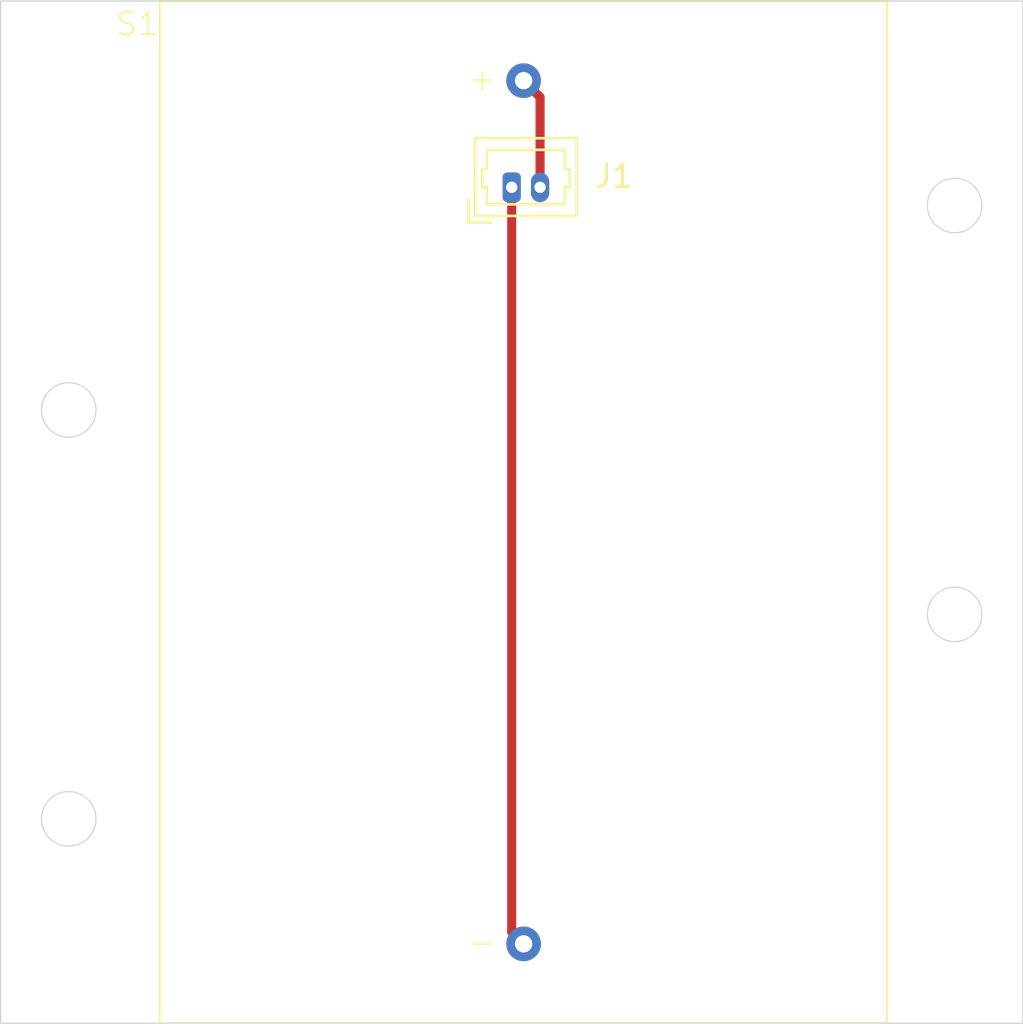
<source format=kicad_pcb>
(kicad_pcb (version 20240108) (generator "pcbnew") (generator_version "8.0")
  (layers (0 "F.Cu" signal) (31 "B.Cu" signal) (34 "B.Paste" user) (35 "F.Paste" user) (36 "B.SilkS" user "B.Silkscreen") (37 "F.SilkS" user "F.Silkscreen") (38 "B.Mask" user) (39 "F.Mask" user) (44 "Edge.Cuts" user))
  (net 0 "")
  (net 1 "Net-(J1-Pin_1)")
  (net 2 "Net-(J1-Pin_2)")
  (footprint "Power_Footprints_Library:SM101K12L" (layer "F.Cu") (at 114.024781 98.304657)
    (property "Reference" "S1" (at -17 -21.5 0) (layer "F.SilkS") (effects (font (thickness 0.1))))
    (property "Value" "~" (hide yes))
    (fp_rect (start -16 -22.5) (end 16 22.5) (stroke (width 0.1)) (fill none) (layer "F.SilkS"))
    (fp_text user "-" (at -2.5 19.5 0) (layer "F.SilkS") (effects (font (thickness 0.1)) (justify left bottom)))
    (fp_text user "+" (at -2.5 -18.5 0) (layer "F.SilkS") (effects (font (thickness 0.1)) (justify left bottom)))
    (pad "1" thru_hole circle (at 0 -19) (size 1.524 1.524) (drill 0.762) (layers "*.Cu" "*.Mask") (net 2 "Net-(J1-Pin_2)"))
    (pad "2" thru_hole circle (at 0 19) (size 1.524 1.524) (drill 0.762) (layers "*.Cu" "*.Mask") (net 1 "Net-(J1-Pin_1)"))
  )
  (footprint "Connector_Molex:Molex_PicoBlade_53047-0210_1x02_P1.25mm_Vertical" (layer "F.Cu") (at 113.5 84)
    (property "Reference" "J1" (at 4.5 -0.5 0) (layer "F.SilkS"))
    (property "Value" "Conn_01x02" (hide yes))
    (fp_line (start -1.9 1.55) (end -1.9 0.55) (stroke (width 0.12)) (layer "F.SilkS"))
    (fp_line (start -1.9 1.55) (end -0.9 1.55) (stroke (width 0.12)) (layer "F.SilkS"))
    (fp_line (start -1.61 -2.16) (end -1.61 1.26) (stroke (width 0.12)) (layer "F.SilkS"))
    (fp_line (start -1.61 1.26) (end 2.86 1.26) (stroke (width 0.12)) (layer "F.SilkS"))
    (fp_line (start -1.3 -0.8) (end -1.1 -0.8) (stroke (width 0.12)) (layer "F.SilkS"))
    (fp_line (start -1.3 0) (end -1.3 -0.8) (stroke (width 0.12)) (layer "F.SilkS"))
    (fp_line (start -1.1 -1.65) (end 0.625 -1.65) (stroke (width 0.12)) (layer "F.SilkS"))
    (fp_line (start -1.1 -0.8) (end -1.1 -1.65) (stroke (width 0.12)) (layer "F.SilkS"))
    (fp_line (start -1.1 0) (end -1.3 0) (stroke (width 0.12)) (layer "F.SilkS"))
    (fp_line (start -1.1 0.75) (end -1.1 0) (stroke (width 0.12)) (layer "F.SilkS"))
    (fp_line (start 0.625 0.75) (end -1.1 0.75) (stroke (width 0.12)) (layer "F.SilkS"))
    (fp_line (start 0.625 0.75) (end 2.35 0.75) (stroke (width 0.12)) (layer "F.SilkS"))
    (fp_line (start 2.35 -1.65) (end 0.625 -1.65) (stroke (width 0.12)) (layer "F.SilkS"))
    (fp_line (start 2.35 -0.8) (end 2.35 -1.65) (stroke (width 0.12)) (layer "F.SilkS"))
    (fp_line (start 2.35 0) (end 2.55 0) (stroke (width 0.12)) (layer "F.SilkS"))
    (fp_line (start 2.35 0.75) (end 2.35 0) (stroke (width 0.12)) (layer "F.SilkS"))
    (fp_line (start 2.55 -0.8) (end 2.35 -0.8) (stroke (width 0.12)) (layer "F.SilkS"))
    (fp_line (start 2.55 0) (end 2.55 -0.8) (stroke (width 0.12)) (layer "F.SilkS"))
    (fp_line (start 2.86 -2.16) (end -1.61 -2.16) (stroke (width 0.12)) (layer "F.SilkS"))
    (fp_line (start 2.86 1.26) (end 2.86 -2.16) (stroke (width 0.12)) (layer "F.SilkS"))
    (pad "1" thru_hole roundrect (at 0 0) (size 0.8 1.3) (drill 0.5) (layers "*.Cu" "*.Mask") (net 1 "Net-(J1-Pin_1)"))
    (pad "2" thru_hole oval (at 1.25 0) (size 0.8 1.3) (drill 0.5) (layers "*.Cu" "*.Mask") (net 2 "Net-(J1-Pin_2)"))
  )
  (gr_circle (center 94 111.8) (end 95.2 111.8) (stroke (width 0.05)) (fill none) (layer "Edge.Cuts"))
  (gr_circle (center 94 93.8) (end 95.2 93.8) (stroke (width 0.05)) (fill none) (layer "Edge.Cuts"))
  (gr_circle (center 133 84.8) (end 134.2 84.8) (stroke (width 0.05)) (fill none) (layer "Edge.Cuts"))
  (gr_circle (center 133 102.8) (end 134.2 102.8) (stroke (width 0.05)) (fill none) (layer "Edge.Cuts"))
  (gr_rect (start 91 75.8) (end 136 120.8) (stroke (width 0.05)) (fill none) (layer "Edge.Cuts"))
  (segment (start 113.5 116.779876) (end 113.5 84) (width 0.4) (layer "F.Cu") (net 1))
  (segment (start 114.024781 117.304657) (end 113.5 116.779876) (width 0.4) (layer "F.Cu") (net 1))
  (segment (start 114.75 80.029876) (end 114.024781 79.304657) (width 0.4) (layer "F.Cu") (net 2))
  (segment (start 114.75 84) (end 114.75 80.029876) (width 0.4) (layer "F.Cu") (net 2))
)
</source>
